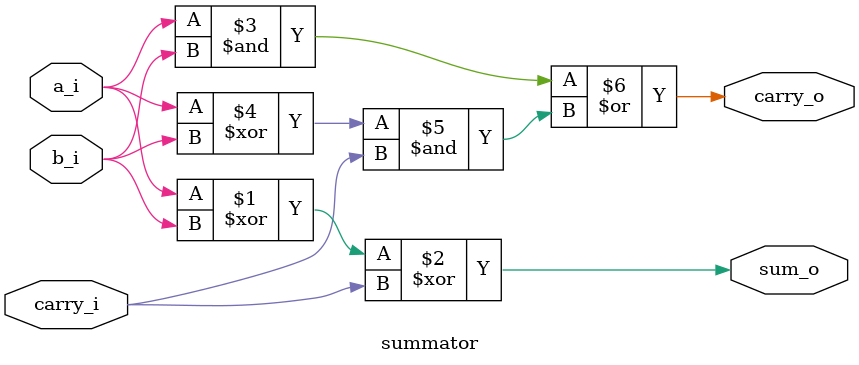
<source format=sv>
module summator(
    input logic a_i,
    input logic b_i,
    input logic carry_i,  
    output logic sum_o, 
    output logic carry_o
);
assign sum_o=(a_i^b_i)^carry_i;
assign carry_o=(a_i&b_i)|((a_i^b_i)&carry_i);
    

endmodule



</source>
